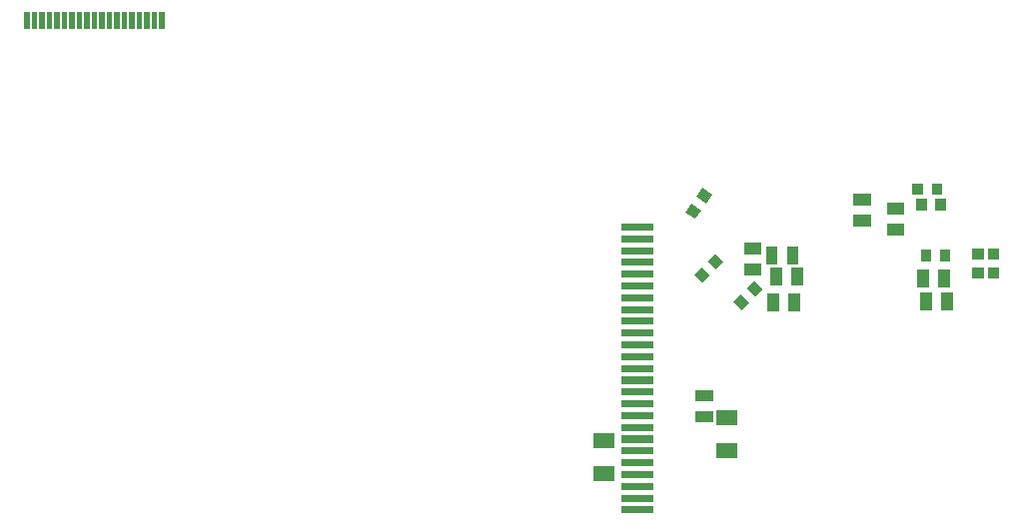
<source format=gbr>
G04 start of page 21 for group -4015 idx -4015 *
G04 Title: IDEF-X, toppaste *
G04 Creator: pcb 1.99z *
G04 CreationDate: Mi 20 Jan 2016 16:51:45 GMT UTC *
G04 For: stephan *
G04 Format: Gerber/RS-274X *
G04 PCB-Dimensions (mil): 7874.02 3937.01 *
G04 PCB-Coordinate-Origin: lower left *
%MOIN*%
%FSLAX25Y25*%
%LNTOPPASTE*%
%ADD142R,0.0170X0.0170*%
%ADD141C,0.0001*%
%ADD140R,0.0350X0.0350*%
%ADD139R,0.0236X0.0236*%
%ADD138R,0.0394X0.0394*%
%ADD137R,0.0500X0.0500*%
G54D137*X584039Y101563D02*X586039D01*
X584039Y90563D02*X586039D01*
G54D138*X576559Y102012D02*X578559D01*
X576559Y109012D02*X578559D01*
G54D139*X551181Y122047D02*X559449D01*
X551181Y125984D02*X559449D01*
X551181Y129921D02*X559449D01*
X551181Y133858D02*X559449D01*
X551181Y137795D02*X559449D01*
X551181Y141732D02*X559449D01*
X551181Y145669D02*X559449D01*
X551181Y149606D02*X559449D01*
X551181Y153543D02*X559449D01*
X551181Y157480D02*X559449D01*
X551181Y161417D02*X559449D01*
X551181Y165354D02*X559449D01*
X551181Y118110D02*X559449D01*
X551181Y114173D02*X559449D01*
X551181Y110236D02*X559449D01*
X551181Y106299D02*X559449D01*
X551181Y102362D02*X559449D01*
X551181Y98425D02*X559449D01*
X551181Y94488D02*X559449D01*
X551181Y90551D02*X559449D01*
X551181Y86614D02*X559449D01*
X551181Y82677D02*X559449D01*
X551181Y78740D02*X559449D01*
X551181Y74803D02*X559449D01*
X551181Y70866D02*X559449D01*
G54D138*X601618Y149819D02*Y147819D01*
X608618Y149819D02*Y147819D01*
X600043Y156906D02*Y154906D01*
X607043Y156906D02*Y154906D01*
X651618Y141551D02*Y139551D01*
X658618Y141551D02*Y139551D01*
X650437Y149031D02*Y147031D01*
X657437Y149031D02*Y147031D01*
X640339Y164610D02*X642339D01*
X640339Y171610D02*X642339D01*
G54D140*X648769Y178153D02*Y177753D01*
X655169Y178153D02*Y177753D01*
X656350Y173035D02*Y172635D01*
X649950Y173035D02*Y172635D01*
G54D138*X592701Y151224D02*X594701D01*
X592701Y158224D02*X594701D01*
X629315Y167366D02*X631315D01*
X629315Y174366D02*X631315D01*
X600437Y141157D02*Y139157D01*
X607437Y141157D02*Y139157D01*
G54D141*G36*
X594247Y147399D02*X597005Y144641D01*
X594530Y142166D01*
X591772Y144924D01*
X594247Y147399D01*
G37*
G36*
X589722Y142873D02*X592480Y140115D01*
X590005Y137640D01*
X587247Y140398D01*
X589722Y142873D01*
G37*
G54D140*X651524Y156106D02*Y155706D01*
X657924Y156106D02*Y155706D01*
X668698Y149950D02*X669098D01*
X668698Y156350D02*X669098D01*
X673816Y149950D02*X674216D01*
X673816Y156350D02*X674216D01*
G54D142*X396516Y236220D02*Y232220D01*
X394016Y236220D02*Y232220D01*
X391516Y236220D02*Y232220D01*
X389016Y236220D02*Y232220D01*
X386516Y236220D02*Y232220D01*
X384016Y236220D02*Y232220D01*
X381516Y236220D02*Y232220D01*
X379016Y236220D02*Y232220D01*
X376516Y236220D02*Y232220D01*
X374016Y236220D02*Y232220D01*
X371516Y236220D02*Y232220D01*
X369016Y236220D02*Y232220D01*
X366516Y236220D02*Y232220D01*
X364016Y236220D02*Y232220D01*
X361516Y236220D02*Y232220D01*
X359016Y236220D02*Y232220D01*
X356516Y236220D02*Y232220D01*
X354016Y236220D02*Y232220D01*
X351516Y236220D02*Y232220D01*
G54D141*G36*
X573358Y173159D02*X576553Y170922D01*
X574546Y168055D01*
X571351Y170291D01*
X573358Y173159D01*
G37*
G36*
X577029Y178402D02*X580224Y176165D01*
X578217Y173298D01*
X575022Y175534D01*
X577029Y178402D01*
G37*
G36*
X581255Y156454D02*X584013Y153696D01*
X581538Y151221D01*
X578780Y153979D01*
X581255Y156454D01*
G37*
G36*
X576730Y151928D02*X579487Y149170D01*
X577013Y146696D01*
X574255Y149454D01*
X576730Y151928D01*
G37*
G54D137*X543094Y82886D02*X545094D01*
X543094Y93886D02*X545094D01*
M02*

</source>
